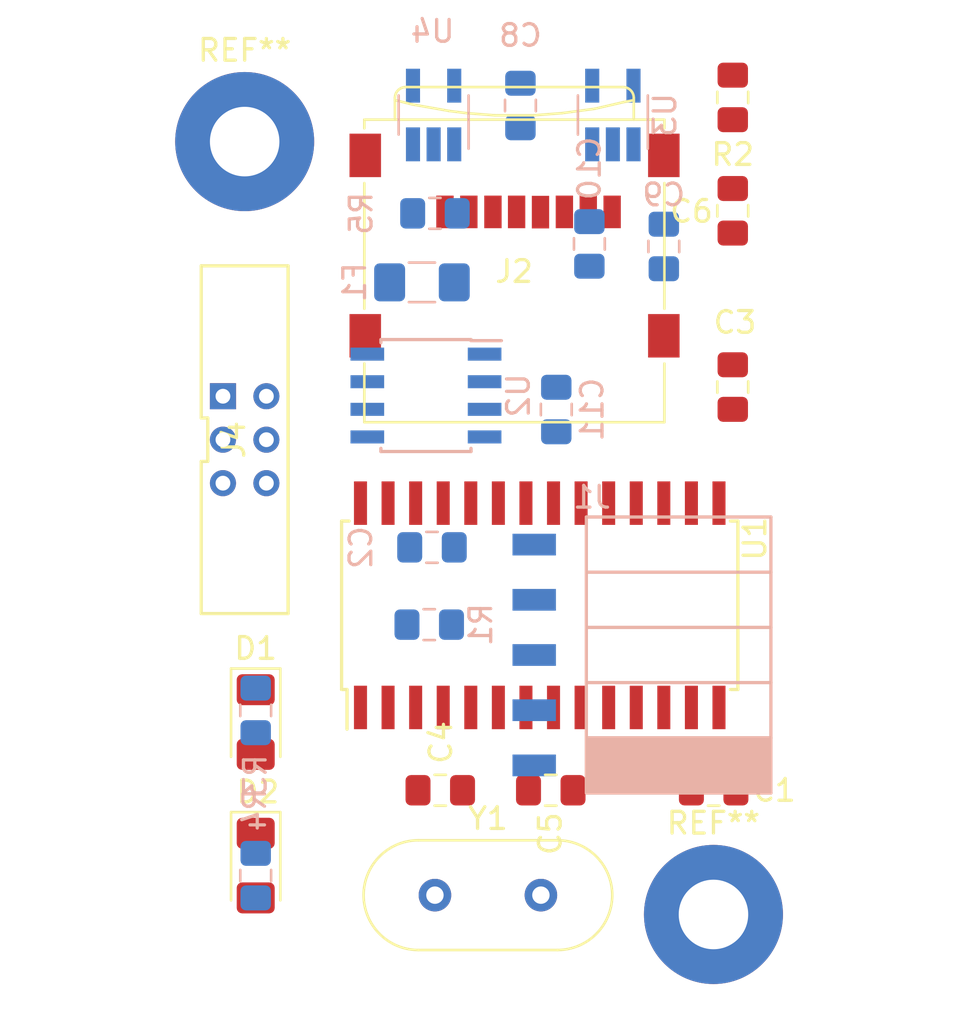
<source format=kicad_pcb>
(kicad_pcb (version 20171130) (host pcbnew "(5.0.0-3-g5ebb6b6)")

  (general
    (thickness 1.6)
    (drawings 0)
    (tracks 0)
    (zones 0)
    (modules 28)
    (nets 38)
  )

  (page A4)
  (layers
    (0 F.Cu signal)
    (31 B.Cu signal)
    (32 B.Adhes user)
    (33 F.Adhes user)
    (34 B.Paste user)
    (35 F.Paste user)
    (36 B.SilkS user)
    (37 F.SilkS user)
    (38 B.Mask user)
    (39 F.Mask user hide)
    (40 Dwgs.User user)
    (41 Cmts.User user)
    (42 Eco1.User user)
    (43 Eco2.User user)
    (44 Edge.Cuts user)
    (45 Margin user)
    (46 B.CrtYd user)
    (47 F.CrtYd user hide)
    (48 B.Fab user)
    (49 F.Fab user)
  )

  (setup
    (last_trace_width 0.153)
    (trace_clearance 0.153)
    (zone_clearance 0.16)
    (zone_45_only no)
    (trace_min 0.153)
    (segment_width 0.2)
    (edge_width 0.15)
    (via_size 0.8)
    (via_drill 0.4)
    (via_min_size 0.4)
    (via_min_drill 0.3)
    (uvia_size 0.3)
    (uvia_drill 0.1)
    (uvias_allowed no)
    (uvia_min_size 0.2)
    (uvia_min_drill 0.1)
    (pcb_text_width 0.3)
    (pcb_text_size 1.5 1.5)
    (mod_edge_width 0.15)
    (mod_text_size 1 1)
    (mod_text_width 0.15)
    (pad_size 5.6 5.6)
    (pad_drill 3.2)
    (pad_to_mask_clearance 0.0508)
    (solder_mask_min_width 0.1524)
    (aux_axis_origin 0 0)
    (visible_elements FFFFFF7F)
    (pcbplotparams
      (layerselection 0x010f0_ffffffff)
      (usegerberextensions true)
      (usegerberattributes false)
      (usegerberadvancedattributes false)
      (creategerberjobfile false)
      (excludeedgelayer true)
      (linewidth 0.100000)
      (plotframeref false)
      (viasonmask false)
      (mode 1)
      (useauxorigin false)
      (hpglpennumber 1)
      (hpglpenspeed 20)
      (hpglpendiameter 15.000000)
      (psnegative false)
      (psa4output false)
      (plotreference true)
      (plotvalue true)
      (plotinvisibletext false)
      (padsonsilk false)
      (subtractmaskfromsilk false)
      (outputformat 1)
      (mirror false)
      (drillshape 0)
      (scaleselection 1)
      (outputdirectory "../plot/"))
  )

  (net 0 "")
  (net 1 GND)
  (net 2 +3V3)
  (net 3 "Net-(C3-Pad1)")
  (net 4 /OSC1)
  (net 5 /OSC2)
  (net 6 +5V)
  (net 7 "Net-(D1-Pad2)")
  (net 8 "Net-(D1-Pad1)")
  (net 9 "Net-(D2-Pad1)")
  (net 10 "Net-(D2-Pad2)")
  (net 11 "Net-(F1-Pad1)")
  (net 12 "Net-(F1-Pad2)")
  (net 13 /ICSPDAT)
  (net 14 /~MCLR)
  (net 15 /ICSPCLK)
  (net 16 "Net-(J2-Pad9)")
  (net 17 "Net-(J2-Pad8)")
  (net 18 "Net-(J2-Pad1)")
  (net 19 CANL)
  (net 20 "Net-(J4-Pad5)")
  (net 21 CANH)
  (net 22 CURR_AMP)
  (net 23 "Net-(U1-Pad5)")
  (net 24 /CANTX)
  (net 25 /CANRX)
  (net 26 "Net-(U3-Pad4)")
  (net 27 /SD1_CS)
  (net 28 /SD1_MOSI)
  (net 29 /SD1_SCLK)
  (net 30 /SD1_MISO)
  (net 31 "Net-(U1-Pad23)")
  (net 32 "Net-(U1-Pad26)")
  (net 33 "Net-(U1-Pad2)")
  (net 34 "Net-(U1-Pad4)")
  (net 35 "Net-(U1-Pad11)")
  (net 36 "Net-(U1-Pad12)")
  (net 37 "Net-(U1-Pad14)")

  (net_class Default "This is the default net class."
    (clearance 0.153)
    (trace_width 0.153)
    (via_dia 0.8)
    (via_drill 0.4)
    (uvia_dia 0.3)
    (uvia_drill 0.1)
    (add_net /CANRX)
    (add_net /CANTX)
    (add_net /ICSPCLK)
    (add_net /ICSPDAT)
    (add_net /OSC1)
    (add_net /OSC2)
    (add_net /SD1_CS)
    (add_net /SD1_MISO)
    (add_net /SD1_MOSI)
    (add_net /SD1_SCLK)
    (add_net /~MCLR)
    (add_net CANH)
    (add_net CANL)
    (add_net CURR_AMP)
    (add_net "Net-(D1-Pad1)")
    (add_net "Net-(D1-Pad2)")
    (add_net "Net-(D2-Pad1)")
    (add_net "Net-(D2-Pad2)")
    (add_net "Net-(J2-Pad1)")
    (add_net "Net-(J2-Pad8)")
    (add_net "Net-(J2-Pad9)")
    (add_net "Net-(J4-Pad5)")
    (add_net "Net-(U1-Pad11)")
    (add_net "Net-(U1-Pad12)")
    (add_net "Net-(U1-Pad14)")
    (add_net "Net-(U1-Pad2)")
    (add_net "Net-(U1-Pad23)")
    (add_net "Net-(U1-Pad26)")
    (add_net "Net-(U1-Pad4)")
    (add_net "Net-(U1-Pad5)")
    (add_net "Net-(U3-Pad4)")
  )

  (net_class Power ""
    (clearance 0.153)
    (trace_width 0.306)
    (via_dia 0.8)
    (via_drill 0.4)
    (uvia_dia 0.3)
    (uvia_drill 0.1)
    (add_net +3V3)
    (add_net +5V)
    (add_net GND)
    (add_net "Net-(C3-Pad1)")
    (add_net "Net-(F1-Pad1)")
    (add_net "Net-(F1-Pad2)")
  )

  (module canhw_footprints:connector_Harwin_M80-5000642 (layer F.Cu) (tedit 5BB34ABD) (tstamp 5E71574E)
    (at 127.762 81.788 270)
    (path /5BA13536/5BAC3C73)
    (fp_text reference J4 (at 0 0.5 270) (layer F.SilkS)
      (effects (font (size 1 1) (thickness 0.15)))
    )
    (fp_text value "BUS CONN" (at 0 -0.5 270) (layer F.Fab)
      (effects (font (size 1 1) (thickness 0.15)))
    )
    (fp_line (start -8 -2) (end -8 2) (layer F.SilkS) (width 0.15))
    (fp_line (start 8 -2) (end -8 -2) (layer F.SilkS) (width 0.15))
    (fp_line (start 8 2) (end 8 -2) (layer F.SilkS) (width 0.15))
    (fp_line (start 1 2) (end 8 2) (layer F.SilkS) (width 0.15))
    (fp_line (start 1 1.7) (end 1 2) (layer F.SilkS) (width 0.15))
    (fp_line (start -1 1.7) (end 1 1.7) (layer F.SilkS) (width 0.15))
    (fp_line (start -1 2) (end -1 1.7) (layer F.SilkS) (width 0.15))
    (fp_line (start -8 2) (end -1 2) (layer F.SilkS) (width 0.15))
    (pad "" np_thru_hole circle (at -5.5 0 270) (size 2.2 2.2) (drill 2.2) (layers *.Cu *.Mask))
    (pad "" np_thru_hole circle (at 5.5 0 270) (size 2.2 2.2) (drill 2.2) (layers *.Cu *.Mask))
    (pad 4 thru_hole circle (at -2 -1 270) (size 1.2 1.2) (drill 0.68) (layers *.Cu *.Mask)
      (net 12 "Net-(F1-Pad2)"))
    (pad 5 thru_hole circle (at 0 -1 270) (size 1.2 1.2) (drill 0.68) (layers *.Cu *.Mask)
      (net 20 "Net-(J4-Pad5)"))
    (pad 6 thru_hole circle (at 2 -1 270) (size 1.2 1.2) (drill 0.68) (layers *.Cu *.Mask))
    (pad 3 thru_hole circle (at 2 1 270) (size 1.2 1.2) (drill 0.68) (layers *.Cu *.Mask)
      (net 1 GND))
    (pad 1 thru_hole rect (at -2 1 270) (size 1.2 1.2) (drill 0.68) (layers *.Cu *.Mask)
      (net 19 CANL))
    (pad 2 thru_hole circle (at 0 1 270) (size 1.2 1.2) (drill 0.68) (layers *.Cu *.Mask)
      (net 21 CANH))
  )

  (module Crystal:Crystal_HC49-4H_Vertical (layer F.Cu) (tedit 5A1AD3B7) (tstamp 5E5C50A0)
    (at 136.525 102.743)
    (descr "Crystal THT HC-49-4H http://5hertz.com/pdfs/04404_D.pdf")
    (tags "THT crystalHC-49-4H")
    (path /5B9D28E5)
    (fp_text reference Y1 (at 2.44 -3.525) (layer F.SilkS)
      (effects (font (size 1 1) (thickness 0.15)))
    )
    (fp_text value Crystal (at 2.44 3.525) (layer F.Fab)
      (effects (font (size 1 1) (thickness 0.15)))
    )
    (fp_arc (start 5.64 0) (end 5.64 -2.525) (angle 180) (layer F.SilkS) (width 0.12))
    (fp_arc (start -0.76 0) (end -0.76 -2.525) (angle -180) (layer F.SilkS) (width 0.12))
    (fp_arc (start 5.44 0) (end 5.44 -2) (angle 180) (layer F.Fab) (width 0.1))
    (fp_arc (start -0.56 0) (end -0.56 -2) (angle -180) (layer F.Fab) (width 0.1))
    (fp_arc (start 5.64 0) (end 5.64 -2.325) (angle 180) (layer F.Fab) (width 0.1))
    (fp_arc (start -0.76 0) (end -0.76 -2.325) (angle -180) (layer F.Fab) (width 0.1))
    (fp_line (start 8.5 -2.8) (end -3.6 -2.8) (layer F.CrtYd) (width 0.05))
    (fp_line (start 8.5 2.8) (end 8.5 -2.8) (layer F.CrtYd) (width 0.05))
    (fp_line (start -3.6 2.8) (end 8.5 2.8) (layer F.CrtYd) (width 0.05))
    (fp_line (start -3.6 -2.8) (end -3.6 2.8) (layer F.CrtYd) (width 0.05))
    (fp_line (start -0.76 2.525) (end 5.64 2.525) (layer F.SilkS) (width 0.12))
    (fp_line (start -0.76 -2.525) (end 5.64 -2.525) (layer F.SilkS) (width 0.12))
    (fp_line (start -0.56 2) (end 5.44 2) (layer F.Fab) (width 0.1))
    (fp_line (start -0.56 -2) (end 5.44 -2) (layer F.Fab) (width 0.1))
    (fp_line (start -0.76 2.325) (end 5.64 2.325) (layer F.Fab) (width 0.1))
    (fp_line (start -0.76 -2.325) (end 5.64 -2.325) (layer F.Fab) (width 0.1))
    (fp_text user %R (at 2.44 0) (layer F.Fab)
      (effects (font (size 1 1) (thickness 0.15)))
    )
    (pad 2 thru_hole circle (at 4.88 0) (size 1.5 1.5) (drill 0.8) (layers *.Cu *.Mask)
      (net 5 /OSC2))
    (pad 1 thru_hole circle (at 0 0) (size 1.5 1.5) (drill 0.8) (layers *.Cu *.Mask)
      (net 4 /OSC1))
    (model ${KISYS3DMOD}/Crystal.3dshapes/Crystal_HC49-4H_Vertical.wrl
      (at (xyz 0 0 0))
      (scale (xyz 1 1 1))
      (rotate (xyz 0 0 0))
    )
  )

  (module Capacitor_SMD:C_0805_2012Metric_Pad1.15x1.40mm_HandSolder (layer F.Cu) (tedit 5B36C52B) (tstamp 5BAFF9E1)
    (at 150.241 71.256 90)
    (descr "Capacitor SMD 0805 (2012 Metric), square (rectangular) end terminal, IPC_7351 nominal with elongated pad for handsoldering. (Body size source: https://docs.google.com/spreadsheets/d/1BsfQQcO9C6DZCsRaXUlFlo91Tg2WpOkGARC1WS5S8t0/edit?usp=sharing), generated with kicad-footprint-generator")
    (tags "capacitor handsolder")
    (path /5B9D7D87/5B9D8023)
    (attr smd)
    (fp_text reference C6 (at -0.025 -1.9 180) (layer F.SilkS)
      (effects (font (size 1 1) (thickness 0.15)))
    )
    (fp_text value 4.7uF (at 0 1.65 90) (layer F.Fab)
      (effects (font (size 1 1) (thickness 0.15)))
    )
    (fp_text user %R (at 0 0 90) (layer F.Fab)
      (effects (font (size 0.5 0.5) (thickness 0.08)))
    )
    (fp_line (start 1.85 0.95) (end -1.85 0.95) (layer F.CrtYd) (width 0.05))
    (fp_line (start 1.85 -0.95) (end 1.85 0.95) (layer F.CrtYd) (width 0.05))
    (fp_line (start -1.85 -0.95) (end 1.85 -0.95) (layer F.CrtYd) (width 0.05))
    (fp_line (start -1.85 0.95) (end -1.85 -0.95) (layer F.CrtYd) (width 0.05))
    (fp_line (start -0.261252 0.71) (end 0.261252 0.71) (layer F.SilkS) (width 0.12))
    (fp_line (start -0.261252 -0.71) (end 0.261252 -0.71) (layer F.SilkS) (width 0.12))
    (fp_line (start 1 0.6) (end -1 0.6) (layer F.Fab) (width 0.1))
    (fp_line (start 1 -0.6) (end 1 0.6) (layer F.Fab) (width 0.1))
    (fp_line (start -1 -0.6) (end 1 -0.6) (layer F.Fab) (width 0.1))
    (fp_line (start -1 0.6) (end -1 -0.6) (layer F.Fab) (width 0.1))
    (pad 2 smd roundrect (at 1.025 0 90) (size 1.15 1.4) (layers F.Cu F.Paste F.Mask) (roundrect_rratio 0.217391)
      (net 1 GND))
    (pad 1 smd roundrect (at -1.025 0 90) (size 1.15 1.4) (layers F.Cu F.Paste F.Mask) (roundrect_rratio 0.217391)
      (net 2 +3V3))
    (model ${KISYS3DMOD}/Capacitor_SMD.3dshapes/C_0805_2012Metric.wrl
      (at (xyz 0 0 0))
      (scale (xyz 1 1 1))
      (rotate (xyz 0 0 0))
    )
  )

  (module Resistor_SMD:R_0805_2012Metric_Pad1.15x1.40mm_HandSolder (layer B.Cu) (tedit 5B36C52B) (tstamp 5E5C5FFB)
    (at 128.27 94.243 90)
    (descr "Resistor SMD 0805 (2012 Metric), square (rectangular) end terminal, IPC_7351 nominal with elongated pad for handsoldering. (Body size source: https://docs.google.com/spreadsheets/d/1BsfQQcO9C6DZCsRaXUlFlo91Tg2WpOkGARC1WS5S8t0/edit?usp=sharing), generated with kicad-footprint-generator")
    (tags "resistor handsolder")
    (path /5BAC6D7D)
    (attr smd)
    (fp_text reference R3 (at -3.015 -0.02 -90) (layer B.SilkS)
      (effects (font (size 1 1) (thickness 0.15)) (justify mirror))
    )
    (fp_text value 330 (at 0 -1.65 90) (layer B.Fab)
      (effects (font (size 1 1) (thickness 0.15)) (justify mirror))
    )
    (fp_text user %R (at 0 0 90) (layer B.Fab)
      (effects (font (size 0.5 0.5) (thickness 0.08)) (justify mirror))
    )
    (fp_line (start 1.85 -0.95) (end -1.85 -0.95) (layer B.CrtYd) (width 0.05))
    (fp_line (start 1.85 0.95) (end 1.85 -0.95) (layer B.CrtYd) (width 0.05))
    (fp_line (start -1.85 0.95) (end 1.85 0.95) (layer B.CrtYd) (width 0.05))
    (fp_line (start -1.85 -0.95) (end -1.85 0.95) (layer B.CrtYd) (width 0.05))
    (fp_line (start -0.261252 -0.71) (end 0.261252 -0.71) (layer B.SilkS) (width 0.12))
    (fp_line (start -0.261252 0.71) (end 0.261252 0.71) (layer B.SilkS) (width 0.12))
    (fp_line (start 1 -0.6) (end -1 -0.6) (layer B.Fab) (width 0.1))
    (fp_line (start 1 0.6) (end 1 -0.6) (layer B.Fab) (width 0.1))
    (fp_line (start -1 0.6) (end 1 0.6) (layer B.Fab) (width 0.1))
    (fp_line (start -1 -0.6) (end -1 0.6) (layer B.Fab) (width 0.1))
    (pad 2 smd roundrect (at 1.025 0 90) (size 1.15 1.4) (layers B.Cu B.Paste B.Mask) (roundrect_rratio 0.217391)
      (net 7 "Net-(D1-Pad2)"))
    (pad 1 smd roundrect (at -1.025 0 90) (size 1.15 1.4) (layers B.Cu B.Paste B.Mask) (roundrect_rratio 0.217391)
      (net 6 +5V))
    (model ${KISYS3DMOD}/Resistor_SMD.3dshapes/R_0805_2012Metric.wrl
      (at (xyz 0 0 0))
      (scale (xyz 1 1 1))
      (rotate (xyz 0 0 0))
    )
  )

  (module Resistor_SMD:R_0805_2012Metric_Pad1.15x1.40mm_HandSolder (layer B.Cu) (tedit 5B36C52B) (tstamp 5BCC117E)
    (at 128.27 101.845 270)
    (descr "Resistor SMD 0805 (2012 Metric), square (rectangular) end terminal, IPC_7351 nominal with elongated pad for handsoldering. (Body size source: https://docs.google.com/spreadsheets/d/1BsfQQcO9C6DZCsRaXUlFlo91Tg2WpOkGARC1WS5S8t0/edit?usp=sharing), generated with kicad-footprint-generator")
    (tags "resistor handsolder")
    (path /5BAC6DFE)
    (attr smd)
    (fp_text reference R4 (at -3.025 0.05 90) (layer B.SilkS)
      (effects (font (size 1 1) (thickness 0.15)) (justify mirror))
    )
    (fp_text value 330 (at 0 -1.65 270) (layer B.Fab)
      (effects (font (size 1 1) (thickness 0.15)) (justify mirror))
    )
    (fp_line (start -1 -0.6) (end -1 0.6) (layer B.Fab) (width 0.1))
    (fp_line (start -1 0.6) (end 1 0.6) (layer B.Fab) (width 0.1))
    (fp_line (start 1 0.6) (end 1 -0.6) (layer B.Fab) (width 0.1))
    (fp_line (start 1 -0.6) (end -1 -0.6) (layer B.Fab) (width 0.1))
    (fp_line (start -0.261252 0.71) (end 0.261252 0.71) (layer B.SilkS) (width 0.12))
    (fp_line (start -0.261252 -0.71) (end 0.261252 -0.71) (layer B.SilkS) (width 0.12))
    (fp_line (start -1.85 -0.95) (end -1.85 0.95) (layer B.CrtYd) (width 0.05))
    (fp_line (start -1.85 0.95) (end 1.85 0.95) (layer B.CrtYd) (width 0.05))
    (fp_line (start 1.85 0.95) (end 1.85 -0.95) (layer B.CrtYd) (width 0.05))
    (fp_line (start 1.85 -0.95) (end -1.85 -0.95) (layer B.CrtYd) (width 0.05))
    (fp_text user %R (at 0 0 270) (layer B.Fab)
      (effects (font (size 0.5 0.5) (thickness 0.08)) (justify mirror))
    )
    (pad 1 smd roundrect (at -1.025 0 270) (size 1.15 1.4) (layers B.Cu B.Paste B.Mask) (roundrect_rratio 0.217391)
      (net 6 +5V))
    (pad 2 smd roundrect (at 1.025 0 270) (size 1.15 1.4) (layers B.Cu B.Paste B.Mask) (roundrect_rratio 0.217391)
      (net 10 "Net-(D2-Pad2)"))
    (model ${KISYS3DMOD}/Resistor_SMD.3dshapes/R_0805_2012Metric.wrl
      (at (xyz 0 0 0))
      (scale (xyz 1 1 1))
      (rotate (xyz 0 0 0))
    )
  )

  (module Resistor_SMD:R_0805_2012Metric_Pad1.15x1.40mm_HandSolder (layer B.Cu) (tedit 5B36C52B) (tstamp 5BAFFB3A)
    (at 136.525 71.374)
    (descr "Resistor SMD 0805 (2012 Metric), square (rectangular) end terminal, IPC_7351 nominal with elongated pad for handsoldering. (Body size source: https://docs.google.com/spreadsheets/d/1BsfQQcO9C6DZCsRaXUlFlo91Tg2WpOkGARC1WS5S8t0/edit?usp=sharing), generated with kicad-footprint-generator")
    (tags "resistor handsolder")
    (path /5BA13536/5B9DDE19)
    (attr smd)
    (fp_text reference R5 (at -3.4 0 -90) (layer B.SilkS)
      (effects (font (size 1 1) (thickness 0.15)) (justify mirror))
    )
    (fp_text value 62mOhm (at 0 -1.65) (layer B.Fab)
      (effects (font (size 1 1) (thickness 0.15)) (justify mirror))
    )
    (fp_text user %R (at 0 0) (layer B.Fab)
      (effects (font (size 0.5 0.5) (thickness 0.08)) (justify mirror))
    )
    (fp_line (start 1.85 -0.95) (end -1.85 -0.95) (layer B.CrtYd) (width 0.05))
    (fp_line (start 1.85 0.95) (end 1.85 -0.95) (layer B.CrtYd) (width 0.05))
    (fp_line (start -1.85 0.95) (end 1.85 0.95) (layer B.CrtYd) (width 0.05))
    (fp_line (start -1.85 -0.95) (end -1.85 0.95) (layer B.CrtYd) (width 0.05))
    (fp_line (start -0.261252 -0.71) (end 0.261252 -0.71) (layer B.SilkS) (width 0.12))
    (fp_line (start -0.261252 0.71) (end 0.261252 0.71) (layer B.SilkS) (width 0.12))
    (fp_line (start 1 -0.6) (end -1 -0.6) (layer B.Fab) (width 0.1))
    (fp_line (start 1 0.6) (end 1 -0.6) (layer B.Fab) (width 0.1))
    (fp_line (start -1 0.6) (end 1 0.6) (layer B.Fab) (width 0.1))
    (fp_line (start -1 -0.6) (end -1 0.6) (layer B.Fab) (width 0.1))
    (pad 2 smd roundrect (at 1.025 0) (size 1.15 1.4) (layers B.Cu B.Paste B.Mask) (roundrect_rratio 0.217391)
      (net 11 "Net-(F1-Pad1)"))
    (pad 1 smd roundrect (at -1.025 0) (size 1.15 1.4) (layers B.Cu B.Paste B.Mask) (roundrect_rratio 0.217391)
      (net 6 +5V))
    (model ${KISYS3DMOD}/Resistor_SMD.3dshapes/R_0805_2012Metric.wrl
      (at (xyz 0 0 0))
      (scale (xyz 1 1 1))
      (rotate (xyz 0 0 0))
    )
  )

  (module Package_TO_SOT_SMD:SOT-23-5_HandSoldering (layer B.Cu) (tedit 5A0AB76C) (tstamp 5E7146E1)
    (at 144.719 66.849 90)
    (descr "5-pin SOT23 package")
    (tags "SOT-23-5 hand-soldering")
    (path /5BA13536/5B9DEFF0)
    (attr smd)
    (fp_text reference U3 (at 0 2.4 90) (layer B.SilkS)
      (effects (font (size 1 1) (thickness 0.15)) (justify mirror))
    )
    (fp_text value AP2114H-3.3 (at 0 -2.9 90) (layer B.Fab)
      (effects (font (size 1 1) (thickness 0.15)) (justify mirror))
    )
    (fp_text user %R (at 0 0) (layer B.Fab)
      (effects (font (size 0.5 0.5) (thickness 0.075)) (justify mirror))
    )
    (fp_line (start -0.9 -1.61) (end 0.9 -1.61) (layer B.SilkS) (width 0.12))
    (fp_line (start 0.9 1.61) (end -1.55 1.61) (layer B.SilkS) (width 0.12))
    (fp_line (start -0.9 0.9) (end -0.25 1.55) (layer B.Fab) (width 0.1))
    (fp_line (start 0.9 1.55) (end -0.25 1.55) (layer B.Fab) (width 0.1))
    (fp_line (start -0.9 0.9) (end -0.9 -1.55) (layer B.Fab) (width 0.1))
    (fp_line (start 0.9 -1.55) (end -0.9 -1.55) (layer B.Fab) (width 0.1))
    (fp_line (start 0.9 1.55) (end 0.9 -1.55) (layer B.Fab) (width 0.1))
    (fp_line (start -2.38 1.8) (end 2.38 1.8) (layer B.CrtYd) (width 0.05))
    (fp_line (start -2.38 1.8) (end -2.38 -1.8) (layer B.CrtYd) (width 0.05))
    (fp_line (start 2.38 -1.8) (end 2.38 1.8) (layer B.CrtYd) (width 0.05))
    (fp_line (start 2.38 -1.8) (end -2.38 -1.8) (layer B.CrtYd) (width 0.05))
    (pad 1 smd rect (at -1.35 0.95 90) (size 1.56 0.65) (layers B.Cu B.Paste B.Mask)
      (net 6 +5V))
    (pad 2 smd rect (at -1.35 0 90) (size 1.56 0.65) (layers B.Cu B.Paste B.Mask)
      (net 1 GND))
    (pad 3 smd rect (at -1.35 -0.95 90) (size 1.56 0.65) (layers B.Cu B.Paste B.Mask)
      (net 6 +5V))
    (pad 4 smd rect (at 1.35 -0.95 90) (size 1.56 0.65) (layers B.Cu B.Paste B.Mask)
      (net 26 "Net-(U3-Pad4)"))
    (pad 5 smd rect (at 1.35 0.95 90) (size 1.56 0.65) (layers B.Cu B.Paste B.Mask)
      (net 2 +3V3))
    (model ${KISYS3DMOD}/Package_TO_SOT_SMD.3dshapes/SOT-23-5.wrl
      (at (xyz 0 0 0))
      (scale (xyz 1 1 1))
      (rotate (xyz 0 0 0))
    )
  )

  (module Resistor_SMD:R_0805_2012Metric_Pad1.15x1.40mm_HandSolder (layer F.Cu) (tedit 5B36C52B) (tstamp 5BD8FC33)
    (at 150.241 66.04 270)
    (descr "Resistor SMD 0805 (2012 Metric), square (rectangular) end terminal, IPC_7351 nominal with elongated pad for handsoldering. (Body size source: https://docs.google.com/spreadsheets/d/1BsfQQcO9C6DZCsRaXUlFlo91Tg2WpOkGARC1WS5S8t0/edit?usp=sharing), generated with kicad-footprint-generator")
    (tags "resistor handsolder")
    (path /5B9D7D87/5BD9041F)
    (attr smd)
    (fp_text reference R2 (at 2.625 0) (layer F.SilkS)
      (effects (font (size 1 1) (thickness 0.15)))
    )
    (fp_text value R (at 0 1.65 270) (layer F.Fab)
      (effects (font (size 1 1) (thickness 0.15)))
    )
    (fp_text user %R (at 0 0 270) (layer F.Fab)
      (effects (font (size 0.5 0.5) (thickness 0.08)))
    )
    (fp_line (start 1.85 0.95) (end -1.85 0.95) (layer F.CrtYd) (width 0.05))
    (fp_line (start 1.85 -0.95) (end 1.85 0.95) (layer F.CrtYd) (width 0.05))
    (fp_line (start -1.85 -0.95) (end 1.85 -0.95) (layer F.CrtYd) (width 0.05))
    (fp_line (start -1.85 0.95) (end -1.85 -0.95) (layer F.CrtYd) (width 0.05))
    (fp_line (start -0.261252 0.71) (end 0.261252 0.71) (layer F.SilkS) (width 0.12))
    (fp_line (start -0.261252 -0.71) (end 0.261252 -0.71) (layer F.SilkS) (width 0.12))
    (fp_line (start 1 0.6) (end -1 0.6) (layer F.Fab) (width 0.1))
    (fp_line (start 1 -0.6) (end 1 0.6) (layer F.Fab) (width 0.1))
    (fp_line (start -1 -0.6) (end 1 -0.6) (layer F.Fab) (width 0.1))
    (fp_line (start -1 0.6) (end -1 -0.6) (layer F.Fab) (width 0.1))
    (pad 2 smd roundrect (at 1.025 0 270) (size 1.15 1.4) (layers F.Cu F.Paste F.Mask) (roundrect_rratio 0.217391)
      (net 30 /SD1_MISO))
    (pad 1 smd roundrect (at -1.025 0 270) (size 1.15 1.4) (layers F.Cu F.Paste F.Mask) (roundrect_rratio 0.217391)
      (net 2 +3V3))
    (model ${KISYS3DMOD}/Resistor_SMD.3dshapes/R_0805_2012Metric.wrl
      (at (xyz 0 0 0))
      (scale (xyz 1 1 1))
      (rotate (xyz 0 0 0))
    )
  )

  (module Fuse:Fuse_1206_3216Metric_Pad1.42x1.75mm_HandSolder (layer B.Cu) (tedit 5B301BBE) (tstamp 5BB7FBD5)
    (at 135.9265 74.549 180)
    (descr "Fuse SMD 1206 (3216 Metric), square (rectangular) end terminal, IPC_7351 nominal with elongated pad for handsoldering. (Body size source: http://www.tortai-tech.com/upload/download/2011102023233369053.pdf), generated with kicad-footprint-generator")
    (tags "resistor handsolder")
    (path /5BA13536/5BAC77C2)
    (attr smd)
    (fp_text reference F1 (at 3.1 0 90) (layer B.SilkS)
      (effects (font (size 1 1) (thickness 0.15)) (justify mirror))
    )
    (fp_text value Polyfuse (at 0 -1.82 180) (layer B.Fab)
      (effects (font (size 1 1) (thickness 0.15)) (justify mirror))
    )
    (fp_line (start -1.6 -0.8) (end -1.6 0.8) (layer B.Fab) (width 0.1))
    (fp_line (start -1.6 0.8) (end 1.6 0.8) (layer B.Fab) (width 0.1))
    (fp_line (start 1.6 0.8) (end 1.6 -0.8) (layer B.Fab) (width 0.1))
    (fp_line (start 1.6 -0.8) (end -1.6 -0.8) (layer B.Fab) (width 0.1))
    (fp_line (start -0.602064 0.91) (end 0.602064 0.91) (layer B.SilkS) (width 0.12))
    (fp_line (start -0.602064 -0.91) (end 0.602064 -0.91) (layer B.SilkS) (width 0.12))
    (fp_line (start -2.45 -1.12) (end -2.45 1.12) (layer B.CrtYd) (width 0.05))
    (fp_line (start -2.45 1.12) (end 2.45 1.12) (layer B.CrtYd) (width 0.05))
    (fp_line (start 2.45 1.12) (end 2.45 -1.12) (layer B.CrtYd) (width 0.05))
    (fp_line (start 2.45 -1.12) (end -2.45 -1.12) (layer B.CrtYd) (width 0.05))
    (fp_text user %R (at 0 0 180) (layer B.Fab)
      (effects (font (size 0.8 0.8) (thickness 0.12)) (justify mirror))
    )
    (pad 1 smd roundrect (at -1.4875 0 180) (size 1.425 1.75) (layers B.Cu B.Paste B.Mask) (roundrect_rratio 0.175439)
      (net 11 "Net-(F1-Pad1)"))
    (pad 2 smd roundrect (at 1.4875 0 180) (size 1.425 1.75) (layers B.Cu B.Paste B.Mask) (roundrect_rratio 0.175439)
      (net 12 "Net-(F1-Pad2)"))
    (model ${KISYS3DMOD}/Fuse.3dshapes/Fuse_1206_3216Metric.wrl
      (at (xyz 0 0 0))
      (scale (xyz 1 1 1))
      (rotate (xyz 0 0 0))
    )
  )

  (module Capacitor_SMD:C_0805_2012Metric_Pad1.15x1.40mm_HandSolder (layer B.Cu) (tedit 5BB66EDE) (tstamp 5BAFF99D)
    (at 136.389 86.741 180)
    (descr "Capacitor SMD 0805 (2012 Metric), square (rectangular) end terminal, IPC_7351 nominal with elongated pad for handsoldering. (Body size source: https://docs.google.com/spreadsheets/d/1BsfQQcO9C6DZCsRaXUlFlo91Tg2WpOkGARC1WS5S8t0/edit?usp=sharing), generated with kicad-footprint-generator")
    (tags "capacitor handsolder")
    (path /5B9D10DB)
    (attr smd)
    (fp_text reference C2 (at 3.275 -0.01 90) (layer B.SilkS)
      (effects (font (size 1 1) (thickness 0.15)) (justify mirror))
    )
    (fp_text value 0.1u (at 0 -1.65 180) (layer B.Fab)
      (effects (font (size 1 1) (thickness 0.15)) (justify mirror))
    )
    (fp_line (start -1 -0.6) (end -1 0.6) (layer B.Fab) (width 0.1))
    (fp_line (start -1 0.6) (end 1 0.6) (layer B.Fab) (width 0.1))
    (fp_line (start 1 0.6) (end 1 -0.6) (layer B.Fab) (width 0.1))
    (fp_line (start 1 -0.6) (end -1 -0.6) (layer B.Fab) (width 0.1))
    (fp_line (start -0.261252 0.71) (end 0.261252 0.71) (layer B.SilkS) (width 0.12))
    (fp_line (start -0.261252 -0.71) (end 0.261252 -0.71) (layer B.SilkS) (width 0.12))
    (fp_line (start -1.85 -0.95) (end -1.85 0.95) (layer B.CrtYd) (width 0.05))
    (fp_line (start -1.85 0.95) (end 1.85 0.95) (layer B.CrtYd) (width 0.05))
    (fp_line (start 1.85 0.95) (end 1.85 -0.95) (layer B.CrtYd) (width 0.05))
    (fp_line (start 1.85 -0.95) (end -1.85 -0.95) (layer B.CrtYd) (width 0.05))
    (fp_text user %R (at 0 0 180) (layer B.Fab)
      (effects (font (size 0.5 0.5) (thickness 0.08)) (justify mirror))
    )
    (pad 1 smd roundrect (at -1.025 0 180) (size 1.15 1.4) (layers B.Cu B.Paste B.Mask) (roundrect_rratio 0.217391)
      (net 1 GND))
    (pad 2 smd roundrect (at 1.025 0 180) (size 1.15 1.4) (layers B.Cu B.Paste B.Mask) (roundrect_rratio 0.217391)
      (net 2 +3V3))
    (model ${KISYS3DMOD}/Capacitor_SMD.3dshapes/C_0805_2012Metric.wrl
      (at (xyz 0 0 0))
      (scale (xyz 1 1 1))
      (rotate (xyz 0 0 0))
    )
  )

  (module Capacitor_SMD:C_0805_2012Metric_Pad1.15x1.40mm_HandSolder (layer F.Cu) (tedit 5B36C52B) (tstamp 5E7156F4)
    (at 149.361 97.917)
    (descr "Capacitor SMD 0805 (2012 Metric), square (rectangular) end terminal, IPC_7351 nominal with elongated pad for handsoldering. (Body size source: https://docs.google.com/spreadsheets/d/1BsfQQcO9C6DZCsRaXUlFlo91Tg2WpOkGARC1WS5S8t0/edit?usp=sharing), generated with kicad-footprint-generator")
    (tags "capacitor handsolder")
    (path /5B9D1079)
    (attr smd)
    (fp_text reference C1 (at 2.794 0.005) (layer F.SilkS)
      (effects (font (size 1 1) (thickness 0.15)))
    )
    (fp_text value 0.1u (at 0 1.65) (layer F.Fab)
      (effects (font (size 1 1) (thickness 0.15)))
    )
    (fp_line (start -1 0.6) (end -1 -0.6) (layer F.Fab) (width 0.1))
    (fp_line (start -1 -0.6) (end 1 -0.6) (layer F.Fab) (width 0.1))
    (fp_line (start 1 -0.6) (end 1 0.6) (layer F.Fab) (width 0.1))
    (fp_line (start 1 0.6) (end -1 0.6) (layer F.Fab) (width 0.1))
    (fp_line (start -0.261252 -0.71) (end 0.261252 -0.71) (layer F.SilkS) (width 0.12))
    (fp_line (start -0.261252 0.71) (end 0.261252 0.71) (layer F.SilkS) (width 0.12))
    (fp_line (start -1.85 0.95) (end -1.85 -0.95) (layer F.CrtYd) (width 0.05))
    (fp_line (start -1.85 -0.95) (end 1.85 -0.95) (layer F.CrtYd) (width 0.05))
    (fp_line (start 1.85 -0.95) (end 1.85 0.95) (layer F.CrtYd) (width 0.05))
    (fp_line (start 1.85 0.95) (end -1.85 0.95) (layer F.CrtYd) (width 0.05))
    (fp_text user %R (at 0 0) (layer B.Fab)
      (effects (font (size 0.5 0.5) (thickness 0.08)) (justify mirror))
    )
    (pad 1 smd roundrect (at -1.025 0) (size 1.15 1.4) (layers F.Cu F.Paste F.Mask) (roundrect_rratio 0.217391)
      (net 2 +3V3))
    (pad 2 smd roundrect (at 1.025 0) (size 1.15 1.4) (layers F.Cu F.Paste F.Mask) (roundrect_rratio 0.217391)
      (net 1 GND))
    (model ${KISYS3DMOD}/Capacitor_SMD.3dshapes/C_0805_2012Metric.wrl
      (at (xyz 0 0 0))
      (scale (xyz 1 1 1))
      (rotate (xyz 0 0 0))
    )
  )

  (module Capacitor_SMD:C_0805_2012Metric_Pad1.15x1.40mm_HandSolder (layer F.Cu) (tedit 5BD9B9E6) (tstamp 5BAFF9AE)
    (at 150.241 79.366 90)
    (descr "Capacitor SMD 0805 (2012 Metric), square (rectangular) end terminal, IPC_7351 nominal with elongated pad for handsoldering. (Body size source: https://docs.google.com/spreadsheets/d/1BsfQQcO9C6DZCsRaXUlFlo91Tg2WpOkGARC1WS5S8t0/edit?usp=sharing), generated with kicad-footprint-generator")
    (tags "capacitor handsolder")
    (path /5B9D1690)
    (attr smd)
    (fp_text reference C3 (at 2.975 0.1 180) (layer F.SilkS)
      (effects (font (size 1 1) (thickness 0.15)))
    )
    (fp_text value 10u (at 0 1.65 90) (layer F.Fab)
      (effects (font (size 1 1) (thickness 0.15)))
    )
    (fp_line (start -1 0.6) (end -1 -0.6) (layer F.Fab) (width 0.1))
    (fp_line (start -1 -0.6) (end 1 -0.6) (layer F.Fab) (width 0.1))
    (fp_line (start 1 -0.6) (end 1 0.6) (layer F.Fab) (width 0.1))
    (fp_line (start 1 0.6) (end -1 0.6) (layer F.Fab) (width 0.1))
    (fp_line (start -0.261252 -0.71) (end 0.261252 -0.71) (layer F.SilkS) (width 0.12))
    (fp_line (start -0.261252 0.71) (end 0.261252 0.71) (layer F.SilkS) (width 0.12))
    (fp_line (start -1.85 0.95) (end -1.85 -0.95) (layer F.CrtYd) (width 0.05))
    (fp_line (start -1.85 -0.95) (end 1.85 -0.95) (layer F.CrtYd) (width 0.05))
    (fp_line (start 1.85 -0.95) (end 1.85 0.95) (layer F.CrtYd) (width 0.05))
    (fp_line (start 1.85 0.95) (end -1.85 0.95) (layer F.CrtYd) (width 0.05))
    (fp_text user %R (at 0 0 90) (layer F.Fab)
      (effects (font (size 0.5 0.5) (thickness 0.08)))
    )
    (pad 1 smd roundrect (at -1.025 0 90) (size 1.15 1.4) (layers F.Cu F.Paste F.Mask) (roundrect_rratio 0.217391)
      (net 3 "Net-(C3-Pad1)"))
    (pad 2 smd roundrect (at 1.025 0 90) (size 1.15 1.4) (layers F.Cu F.Paste F.Mask) (roundrect_rratio 0.217391)
      (net 1 GND))
    (model ${KISYS3DMOD}/Capacitor_SMD.3dshapes/C_0805_2012Metric.wrl
      (at (xyz 0 0 0))
      (scale (xyz 1 1 1))
      (rotate (xyz 0 0 0))
    )
  )

  (module Package_TO_SOT_SMD:SOT-23-5_HandSoldering (layer B.Cu) (tedit 5BB02E90) (tstamp 5BAFFBB2)
    (at 136.464 66.849 90)
    (descr "5-pin SOT23 package")
    (tags "SOT-23-5 hand-soldering")
    (path /5BA13536/5B9DCC5E)
    (attr smd)
    (fp_text reference U4 (at 3.85 -0.05) (layer B.SilkS)
      (effects (font (size 1 1) (thickness 0.15)) (justify mirror))
    )
    (fp_text value INA180 (at 0 -2.9 90) (layer B.Fab)
      (effects (font (size 1 1) (thickness 0.15)) (justify mirror))
    )
    (fp_text user %R (at 0 0) (layer B.Fab)
      (effects (font (size 0.5 0.5) (thickness 0.075)) (justify mirror))
    )
    (fp_line (start -0.9 -1.61) (end 0.9 -1.61) (layer B.SilkS) (width 0.12))
    (fp_line (start 0.9 1.61) (end -1.55 1.61) (layer B.SilkS) (width 0.12))
    (fp_line (start -0.9 0.9) (end -0.25 1.55) (layer B.Fab) (width 0.1))
    (fp_line (start 0.9 1.55) (end -0.25 1.55) (layer B.Fab) (width 0.1))
    (fp_line (start -0.9 0.9) (end -0.9 -1.55) (layer B.Fab) (width 0.1))
    (fp_line (start 0.9 -1.55) (end -0.9 -1.55) (layer B.Fab) (width 0.1))
    (fp_line (start 0.9 1.55) (end 0.9 -1.55) (layer B.Fab) (width 0.1))
    (fp_line (start -2.38 1.8) (end 2.38 1.8) (layer B.CrtYd) (width 0.05))
    (fp_line (start -2.38 1.8) (end -2.38 -1.8) (layer B.CrtYd) (width 0.05))
    (fp_line (start 2.38 -1.8) (end 2.38 1.8) (layer B.CrtYd) (width 0.05))
    (fp_line (start 2.38 -1.8) (end -2.38 -1.8) (layer B.CrtYd) (width 0.05))
    (pad 1 smd rect (at -1.35 0.95 90) (size 1.56 0.65) (layers B.Cu B.Paste B.Mask)
      (net 22 CURR_AMP))
    (pad 2 smd rect (at -1.35 0 90) (size 1.56 0.65) (layers B.Cu B.Paste B.Mask)
      (net 1 GND))
    (pad 3 smd rect (at -1.35 -0.95 90) (size 1.56 0.65) (layers B.Cu B.Paste B.Mask)
      (net 11 "Net-(F1-Pad1)"))
    (pad 4 smd rect (at 1.35 -0.95 90) (size 1.56 0.65) (layers B.Cu B.Paste B.Mask)
      (net 6 +5V))
    (pad 5 smd rect (at 1.35 0.95 90) (size 1.56 0.65) (layers B.Cu B.Paste B.Mask)
      (net 2 +3V3))
    (model ${KISYS3DMOD}/Package_TO_SOT_SMD.3dshapes/SOT-23-5.wrl
      (at (xyz 0 0 0))
      (scale (xyz 1 1 1))
      (rotate (xyz 0 0 0))
    )
  )

  (module Capacitor_SMD:C_0805_2012Metric_Pad1.15x1.40mm_HandSolder (layer B.Cu) (tedit 5B36C52B) (tstamp 5BDE670C)
    (at 142.113 80.4 90)
    (descr "Capacitor SMD 0805 (2012 Metric), square (rectangular) end terminal, IPC_7351 nominal with elongated pad for handsoldering. (Body size source: https://docs.google.com/spreadsheets/d/1BsfQQcO9C6DZCsRaXUlFlo91Tg2WpOkGARC1WS5S8t0/edit?usp=sharing), generated with kicad-footprint-generator")
    (tags "capacitor handsolder")
    (path /5BDE69DD)
    (attr smd)
    (fp_text reference C11 (at 0 1.65 90) (layer B.SilkS)
      (effects (font (size 1 1) (thickness 0.15)) (justify mirror))
    )
    (fp_text value C (at 0 -1.65 90) (layer B.Fab)
      (effects (font (size 1 1) (thickness 0.15)) (justify mirror))
    )
    (fp_line (start -1 -0.6) (end -1 0.6) (layer B.Fab) (width 0.1))
    (fp_line (start -1 0.6) (end 1 0.6) (layer B.Fab) (width 0.1))
    (fp_line (start 1 0.6) (end 1 -0.6) (layer B.Fab) (width 0.1))
    (fp_line (start 1 -0.6) (end -1 -0.6) (layer B.Fab) (width 0.1))
    (fp_line (start -0.261252 0.71) (end 0.261252 0.71) (layer B.SilkS) (width 0.12))
    (fp_line (start -0.261252 -0.71) (end 0.261252 -0.71) (layer B.SilkS) (width 0.12))
    (fp_line (start -1.85 -0.95) (end -1.85 0.95) (layer B.CrtYd) (width 0.05))
    (fp_line (start -1.85 0.95) (end 1.85 0.95) (layer B.CrtYd) (width 0.05))
    (fp_line (start 1.85 0.95) (end 1.85 -0.95) (layer B.CrtYd) (width 0.05))
    (fp_line (start 1.85 -0.95) (end -1.85 -0.95) (layer B.CrtYd) (width 0.05))
    (fp_text user %R (at 0 0 90) (layer B.Fab)
      (effects (font (size 0.5 0.5) (thickness 0.08)) (justify mirror))
    )
    (pad 1 smd roundrect (at -1.025 0 90) (size 1.15 1.4) (layers B.Cu B.Paste B.Mask) (roundrect_rratio 0.217391)
      (net 6 +5V))
    (pad 2 smd roundrect (at 1.025 0 90) (size 1.15 1.4) (layers B.Cu B.Paste B.Mask) (roundrect_rratio 0.217391)
      (net 1 GND))
    (model ${KISYS3DMOD}/Capacitor_SMD.3dshapes/C_0805_2012Metric.wrl
      (at (xyz 0 0 0))
      (scale (xyz 1 1 1))
      (rotate (xyz 0 0 0))
    )
  )

  (module Package_SO:SOIC-8_3.9x4.9mm_P1.27mm (layer B.Cu) (tedit 5BB027DA) (tstamp 5E713C9B)
    (at 136.111 79.756 180)
    (descr "8-Lead Plastic Small Outline (SN) - Narrow, 3.90 mm Body [SOIC] (see Microchip Packaging Specification 00000049BS.pdf)")
    (tags "SOIC 1.27")
    (path /5B9EA850)
    (attr smd)
    (fp_text reference U2 (at -4.2564 0.0026 90) (layer B.SilkS)
      (effects (font (size 1 1) (thickness 0.15)) (justify mirror))
    )
    (fp_text value MCP2562 (at 0 -3.5 180) (layer B.Fab)
      (effects (font (size 1 1) (thickness 0.15)) (justify mirror))
    )
    (fp_text user %R (at 0 0 180) (layer B.Fab)
      (effects (font (size 1 1) (thickness 0.15)) (justify mirror))
    )
    (fp_line (start -0.95 2.45) (end 1.95 2.45) (layer B.Fab) (width 0.1))
    (fp_line (start 1.95 2.45) (end 1.95 -2.45) (layer B.Fab) (width 0.1))
    (fp_line (start 1.95 -2.45) (end -1.95 -2.45) (layer B.Fab) (width 0.1))
    (fp_line (start -1.95 -2.45) (end -1.95 1.45) (layer B.Fab) (width 0.1))
    (fp_line (start -1.95 1.45) (end -0.95 2.45) (layer B.Fab) (width 0.1))
    (fp_line (start -3.73 2.7) (end -3.73 -2.7) (layer B.CrtYd) (width 0.05))
    (fp_line (start 3.73 2.7) (end 3.73 -2.7) (layer B.CrtYd) (width 0.05))
    (fp_line (start -3.73 2.7) (end 3.73 2.7) (layer B.CrtYd) (width 0.05))
    (fp_line (start -3.73 -2.7) (end 3.73 -2.7) (layer B.CrtYd) (width 0.05))
    (fp_line (start -2.075 2.575) (end -2.075 2.525) (layer B.SilkS) (width 0.15))
    (fp_line (start 2.075 2.575) (end 2.075 2.43) (layer B.SilkS) (width 0.15))
    (fp_line (start 2.075 -2.575) (end 2.075 -2.43) (layer B.SilkS) (width 0.15))
    (fp_line (start -2.075 -2.575) (end -2.075 -2.43) (layer B.SilkS) (width 0.15))
    (fp_line (start -2.075 2.575) (end 2.075 2.575) (layer B.SilkS) (width 0.15))
    (fp_line (start -2.075 -2.575) (end 2.075 -2.575) (layer B.SilkS) (width 0.15))
    (fp_line (start -2.075 2.525) (end -3.475 2.525) (layer B.SilkS) (width 0.15))
    (pad 1 smd rect (at -2.7 1.905 180) (size 1.55 0.6) (layers B.Cu B.Paste B.Mask)
      (net 24 /CANTX))
    (pad 2 smd rect (at -2.7 0.635 180) (size 1.55 0.6) (layers B.Cu B.Paste B.Mask)
      (net 1 GND))
    (pad 3 smd rect (at -2.7 -0.635 180) (size 1.55 0.6) (layers B.Cu B.Paste B.Mask)
      (net 6 +5V))
    (pad 4 smd rect (at -2.7 -1.905 180) (size 1.55 0.6) (layers B.Cu B.Paste B.Mask)
      (net 25 /CANRX))
    (pad 5 smd rect (at 2.7 -1.905 180) (size 1.55 0.6) (layers B.Cu B.Paste B.Mask)
      (net 2 +3V3))
    (pad 6 smd rect (at 2.7 -0.635 180) (size 1.55 0.6) (layers B.Cu B.Paste B.Mask)
      (net 19 CANL))
    (pad 7 smd rect (at 2.7 0.635 180) (size 1.55 0.6) (layers B.Cu B.Paste B.Mask)
      (net 21 CANH))
    (pad 8 smd rect (at 2.7 1.905 180) (size 1.55 0.6) (layers B.Cu B.Paste B.Mask)
      (net 1 GND))
    (model ${KISYS3DMOD}/Package_SO.3dshapes/SOIC-8_3.9x4.9mm_P1.27mm.wrl
      (at (xyz 0 0 0))
      (scale (xyz 1 1 1))
      (rotate (xyz 0 0 0))
    )
  )

  (module Capacitor_SMD:C_0805_2012Metric_Pad1.15x1.40mm_HandSolder (layer B.Cu) (tedit 5BB02F5D) (tstamp 5BBC8A20)
    (at 147.066 72.898 90)
    (descr "Capacitor SMD 0805 (2012 Metric), square (rectangular) end terminal, IPC_7351 nominal with elongated pad for handsoldering. (Body size source: https://docs.google.com/spreadsheets/d/1BsfQQcO9C6DZCsRaXUlFlo91Tg2WpOkGARC1WS5S8t0/edit?usp=sharing), generated with kicad-footprint-generator")
    (tags "capacitor handsolder")
    (path /5BA13536/5B9E5217)
    (attr smd)
    (fp_text reference C9 (at 2.375 0) (layer B.SilkS)
      (effects (font (size 1 1) (thickness 0.15)) (justify mirror))
    )
    (fp_text value 4.7u (at 0 -1.65 90) (layer B.Fab)
      (effects (font (size 1 1) (thickness 0.15)) (justify mirror))
    )
    (fp_line (start -1 -0.6) (end -1 0.6) (layer B.Fab) (width 0.1))
    (fp_line (start -1 0.6) (end 1 0.6) (layer B.Fab) (width 0.1))
    (fp_line (start 1 0.6) (end 1 -0.6) (layer B.Fab) (width 0.1))
    (fp_line (start 1 -0.6) (end -1 -0.6) (layer B.Fab) (width 0.1))
    (fp_line (start -0.261252 0.71) (end 0.261252 0.71) (layer B.SilkS) (width 0.12))
    (fp_line (start -0.261252 -0.71) (end 0.261252 -0.71) (layer B.SilkS) (width 0.12))
    (fp_line (start -1.85 -0.95) (end -1.85 0.95) (layer B.CrtYd) (width 0.05))
    (fp_line (start -1.85 0.95) (end 1.85 0.95) (layer B.CrtYd) (width 0.05))
    (fp_line (start 1.85 0.95) (end 1.85 -0.95) (layer B.CrtYd) (width 0.05))
    (fp_line (start 1.85 -0.95) (end -1.85 -0.95) (layer B.CrtYd) (width 0.05))
    (fp_text user %R (at 0 0 90) (layer B.Fab)
      (effects (font (size 0.5 0.5) (thickness 0.08)) (justify mirror))
    )
    (pad 1 smd roundrect (at -1.025 0 90) (size 1.15 1.4) (layers B.Cu B.Paste B.Mask) (roundrect_rratio 0.217391)
      (net 1 GND))
    (pad 2 smd roundrect (at 1.025 0 90) (size 1.15 1.4) (layers B.Cu B.Paste B.Mask) (roundrect_rratio 0.217391)
      (net 2 +3V3))
    (model ${KISYS3DMOD}/Capacitor_SMD.3dshapes/C_0805_2012Metric.wrl
      (at (xyz 0 0 0))
      (scale (xyz 1 1 1))
      (rotate (xyz 0 0 0))
    )
  )

  (module Capacitor_SMD:C_0805_2012Metric_Pad1.15x1.40mm_HandSolder (layer B.Cu) (tedit 5B36C52B) (tstamp 5BBC89B4)
    (at 143.637 72.78 270)
    (descr "Capacitor SMD 0805 (2012 Metric), square (rectangular) end terminal, IPC_7351 nominal with elongated pad for handsoldering. (Body size source: https://docs.google.com/spreadsheets/d/1BsfQQcO9C6DZCsRaXUlFlo91Tg2WpOkGARC1WS5S8t0/edit?usp=sharing), generated with kicad-footprint-generator")
    (tags "capacitor handsolder")
    (path /5BA13536/5B9E51A5)
    (attr smd)
    (fp_text reference C10 (at -3.475 0 270) (layer B.SilkS)
      (effects (font (size 1 1) (thickness 0.15)) (justify mirror))
    )
    (fp_text value 4.7u (at 0 -1.65 270) (layer B.Fab)
      (effects (font (size 1 1) (thickness 0.15)) (justify mirror))
    )
    (fp_text user %R (at 0 0 270) (layer B.Fab)
      (effects (font (size 0.5 0.5) (thickness 0.08)) (justify mirror))
    )
    (fp_line (start 1.85 -0.95) (end -1.85 -0.95) (layer B.CrtYd) (width 0.05))
    (fp_line (start 1.85 0.95) (end 1.85 -0.95) (layer B.CrtYd) (width 0.05))
    (fp_line (start -1.85 0.95) (end 1.85 0.95) (layer B.CrtYd) (width 0.05))
    (fp_line (start -1.85 -0.95) (end -1.85 0.95) (layer B.CrtYd) (width 0.05))
    (fp_line (start -0.261252 -0.71) (end 0.261252 -0.71) (layer B.SilkS) (width 0.12))
    (fp_line (start -0.261252 0.71) (end 0.261252 0.71) (layer B.SilkS) (width 0.12))
    (fp_line (start 1 -0.6) (end -1 -0.6) (layer B.Fab) (width 0.1))
    (fp_line (start 1 0.6) (end 1 -0.6) (layer B.Fab) (width 0.1))
    (fp_line (start -1 0.6) (end 1 0.6) (layer B.Fab) (width 0.1))
    (fp_line (start -1 -0.6) (end -1 0.6) (layer B.Fab) (width 0.1))
    (pad 2 smd roundrect (at 1.025 0 270) (size 1.15 1.4) (layers B.Cu B.Paste B.Mask) (roundrect_rratio 0.217391)
      (net 6 +5V))
    (pad 1 smd roundrect (at -1.025 0 270) (size 1.15 1.4) (layers B.Cu B.Paste B.Mask) (roundrect_rratio 0.217391)
      (net 1 GND))
    (model ${KISYS3DMOD}/Capacitor_SMD.3dshapes/C_0805_2012Metric.wrl
      (at (xyz 0 0 0))
      (scale (xyz 1 1 1))
      (rotate (xyz 0 0 0))
    )
  )

  (module Capacitor_SMD:C_0805_2012Metric_Pad1.15x1.40mm_HandSolder (layer F.Cu) (tedit 5B36C52B) (tstamp 5BAFF9BF)
    (at 136.77 97.917 180)
    (descr "Capacitor SMD 0805 (2012 Metric), square (rectangular) end terminal, IPC_7351 nominal with elongated pad for handsoldering. (Body size source: https://docs.google.com/spreadsheets/d/1BsfQQcO9C6DZCsRaXUlFlo91Tg2WpOkGARC1WS5S8t0/edit?usp=sharing), generated with kicad-footprint-generator")
    (tags "capacitor handsolder")
    (path /5B9D2A77)
    (attr smd)
    (fp_text reference C4 (at -0.025 2.2 270) (layer F.SilkS)
      (effects (font (size 1 1) (thickness 0.15)))
    )
    (fp_text value C_Small (at 0 1.65 180) (layer F.Fab)
      (effects (font (size 1 1) (thickness 0.15)))
    )
    (fp_line (start -1 0.6) (end -1 -0.6) (layer F.Fab) (width 0.1))
    (fp_line (start -1 -0.6) (end 1 -0.6) (layer F.Fab) (width 0.1))
    (fp_line (start 1 -0.6) (end 1 0.6) (layer F.Fab) (width 0.1))
    (fp_line (start 1 0.6) (end -1 0.6) (layer F.Fab) (width 0.1))
    (fp_line (start -0.261252 -0.71) (end 0.261252 -0.71) (layer F.SilkS) (width 0.12))
    (fp_line (start -0.261252 0.71) (end 0.261252 0.71) (layer F.SilkS) (width 0.12))
    (fp_line (start -1.85 0.95) (end -1.85 -0.95) (layer F.CrtYd) (width 0.05))
    (fp_line (start -1.85 -0.95) (end 1.85 -0.95) (layer F.CrtYd) (width 0.05))
    (fp_line (start 1.85 -0.95) (end 1.85 0.95) (layer F.CrtYd) (width 0.05))
    (fp_line (start 1.85 0.95) (end -1.85 0.95) (layer F.CrtYd) (width 0.05))
    (fp_text user %R (at 0 0 180) (layer F.Fab)
      (effects (font (size 0.5 0.5) (thickness 0.08)))
    )
    (pad 1 smd roundrect (at -1.025 0 180) (size 1.15 1.4) (layers F.Cu F.Paste F.Mask) (roundrect_rratio 0.217391)
      (net 4 /OSC1))
    (pad 2 smd roundrect (at 1.025 0 180) (size 1.15 1.4) (layers F.Cu F.Paste F.Mask) (roundrect_rratio 0.217391)
      (net 1 GND))
    (model ${KISYS3DMOD}/Capacitor_SMD.3dshapes/C_0805_2012Metric.wrl
      (at (xyz 0 0 0))
      (scale (xyz 1 1 1))
      (rotate (xyz 0 0 0))
    )
  )

  (module Capacitor_SMD:C_0805_2012Metric_Pad1.15x1.40mm_HandSolder (layer F.Cu) (tedit 5BB64F75) (tstamp 5E715372)
    (at 141.859 97.917 180)
    (descr "Capacitor SMD 0805 (2012 Metric), square (rectangular) end terminal, IPC_7351 nominal with elongated pad for handsoldering. (Body size source: https://docs.google.com/spreadsheets/d/1BsfQQcO9C6DZCsRaXUlFlo91Tg2WpOkGARC1WS5S8t0/edit?usp=sharing), generated with kicad-footprint-generator")
    (tags "capacitor handsolder")
    (path /5B9D2ABA)
    (attr smd)
    (fp_text reference C5 (at 0.025 -2 -90) (layer F.SilkS)
      (effects (font (size 1 1) (thickness 0.15)))
    )
    (fp_text value C_Small (at 0 1.65 180) (layer F.Fab)
      (effects (font (size 1 1) (thickness 0.15)))
    )
    (fp_text user %R (at 0 0 180) (layer F.Fab)
      (effects (font (size 0.5 0.5) (thickness 0.08)))
    )
    (fp_line (start 1.85 0.95) (end -1.85 0.95) (layer F.CrtYd) (width 0.05))
    (fp_line (start 1.85 -0.95) (end 1.85 0.95) (layer F.CrtYd) (width 0.05))
    (fp_line (start -1.85 -0.95) (end 1.85 -0.95) (layer F.CrtYd) (width 0.05))
    (fp_line (start -1.85 0.95) (end -1.85 -0.95) (layer F.CrtYd) (width 0.05))
    (fp_line (start -0.261252 0.71) (end 0.261252 0.71) (layer F.SilkS) (width 0.12))
    (fp_line (start -0.261252 -0.71) (end 0.261252 -0.71) (layer F.SilkS) (width 0.12))
    (fp_line (start 1 0.6) (end -1 0.6) (layer F.Fab) (width 0.1))
    (fp_line (start 1 -0.6) (end 1 0.6) (layer F.Fab) (width 0.1))
    (fp_line (start -1 -0.6) (end 1 -0.6) (layer F.Fab) (width 0.1))
    (fp_line (start -1 0.6) (end -1 -0.6) (layer F.Fab) (width 0.1))
    (pad 2 smd roundrect (at 1.025 0 180) (size 1.15 1.4) (layers F.Cu F.Paste F.Mask) (roundrect_rratio 0.217391)
      (net 1 GND))
    (pad 1 smd roundrect (at -1.025 0 180) (size 1.15 1.4) (layers F.Cu F.Paste F.Mask) (roundrect_rratio 0.217391)
      (net 5 /OSC2))
    (model ${KISYS3DMOD}/Capacitor_SMD.3dshapes/C_0805_2012Metric.wrl
      (at (xyz 0 0 0))
      (scale (xyz 1 1 1))
      (rotate (xyz 0 0 0))
    )
  )

  (module Capacitor_SMD:C_0805_2012Metric_Pad1.15x1.40mm_HandSolder (layer B.Cu) (tedit 5BB02E95) (tstamp 5E71454E)
    (at 140.462 66.412 90)
    (descr "Capacitor SMD 0805 (2012 Metric), square (rectangular) end terminal, IPC_7351 nominal with elongated pad for handsoldering. (Body size source: https://docs.google.com/spreadsheets/d/1BsfQQcO9C6DZCsRaXUlFlo91Tg2WpOkGARC1WS5S8t0/edit?usp=sharing), generated with kicad-footprint-generator")
    (tags "capacitor handsolder")
    (path /5BA13536/5B9DE73F)
    (attr smd)
    (fp_text reference C8 (at 3.225 0) (layer B.SilkS)
      (effects (font (size 1 1) (thickness 0.15)) (justify mirror))
    )
    (fp_text value 0.1u (at 0 -1.65 90) (layer B.Fab)
      (effects (font (size 1 1) (thickness 0.15)) (justify mirror))
    )
    (fp_text user %R (at 0 0 90) (layer B.Fab)
      (effects (font (size 0.5 0.5) (thickness 0.08)) (justify mirror))
    )
    (fp_line (start 1.85 -0.95) (end -1.85 -0.95) (layer B.CrtYd) (width 0.05))
    (fp_line (start 1.85 0.95) (end 1.85 -0.95) (layer B.CrtYd) (width 0.05))
    (fp_line (start -1.85 0.95) (end 1.85 0.95) (layer B.CrtYd) (width 0.05))
    (fp_line (start -1.85 -0.95) (end -1.85 0.95) (layer B.CrtYd) (width 0.05))
    (fp_line (start -0.261252 -0.71) (end 0.261252 -0.71) (layer B.SilkS) (width 0.12))
    (fp_line (start -0.261252 0.71) (end 0.261252 0.71) (layer B.SilkS) (width 0.12))
    (fp_line (start 1 -0.6) (end -1 -0.6) (layer B.Fab) (width 0.1))
    (fp_line (start 1 0.6) (end 1 -0.6) (layer B.Fab) (width 0.1))
    (fp_line (start -1 0.6) (end 1 0.6) (layer B.Fab) (width 0.1))
    (fp_line (start -1 -0.6) (end -1 0.6) (layer B.Fab) (width 0.1))
    (pad 2 smd roundrect (at 1.025 0 90) (size 1.15 1.4) (layers B.Cu B.Paste B.Mask) (roundrect_rratio 0.217391)
      (net 2 +3V3))
    (pad 1 smd roundrect (at -1.025 0 90) (size 1.15 1.4) (layers B.Cu B.Paste B.Mask) (roundrect_rratio 0.217391)
      (net 1 GND))
    (model ${KISYS3DMOD}/Capacitor_SMD.3dshapes/C_0805_2012Metric.wrl
      (at (xyz 0 0 0))
      (scale (xyz 1 1 1))
      (rotate (xyz 0 0 0))
    )
  )

  (module LED_SMD:LED_1206_3216Metric_Pad1.42x1.75mm_HandSolder (layer F.Cu) (tedit 5B4B45C9) (tstamp 5E713AB3)
    (at 128.27 94.7785 270)
    (descr "LED SMD 1206 (3216 Metric), square (rectangular) end terminal, IPC_7351 nominal, (Body size source: http://www.tortai-tech.com/upload/download/2011102023233369053.pdf), generated with kicad-footprint-generator")
    (tags "LED handsolder")
    (path /5B9F46EE)
    (attr smd)
    (fp_text reference D1 (at -3.3875 0) (layer F.SilkS)
      (effects (font (size 1 1) (thickness 0.15)))
    )
    (fp_text value DEBUG1 (at 0 1.82 270) (layer F.Fab)
      (effects (font (size 1 1) (thickness 0.15)))
    )
    (fp_text user %R (at 0 0 270) (layer F.Fab)
      (effects (font (size 0.8 0.8) (thickness 0.12)))
    )
    (fp_line (start 2.45 1.12) (end -2.45 1.12) (layer F.CrtYd) (width 0.05))
    (fp_line (start 2.45 -1.12) (end 2.45 1.12) (layer F.CrtYd) (width 0.05))
    (fp_line (start -2.45 -1.12) (end 2.45 -1.12) (layer F.CrtYd) (width 0.05))
    (fp_line (start -2.45 1.12) (end -2.45 -1.12) (layer F.CrtYd) (width 0.05))
    (fp_line (start -2.46 1.135) (end 1.6 1.135) (layer F.SilkS) (width 0.12))
    (fp_line (start -2.46 -1.135) (end -2.46 1.135) (layer F.SilkS) (width 0.12))
    (fp_line (start 1.6 -1.135) (end -2.46 -1.135) (layer F.SilkS) (width 0.12))
    (fp_line (start 1.6 0.8) (end 1.6 -0.8) (layer F.Fab) (width 0.1))
    (fp_line (start -1.6 0.8) (end 1.6 0.8) (layer F.Fab) (width 0.1))
    (fp_line (start -1.6 -0.4) (end -1.6 0.8) (layer F.Fab) (width 0.1))
    (fp_line (start -1.2 -0.8) (end -1.6 -0.4) (layer F.Fab) (width 0.1))
    (fp_line (start 1.6 -0.8) (end -1.2 -0.8) (layer F.Fab) (width 0.1))
    (pad 2 smd roundrect (at 1.4875 0 270) (size 1.425 1.75) (layers F.Cu F.Paste F.Mask) (roundrect_rratio 0.175439)
      (net 7 "Net-(D1-Pad2)"))
    (pad 1 smd roundrect (at -1.4875 0 270) (size 1.425 1.75) (layers F.Cu F.Paste F.Mask) (roundrect_rratio 0.175439)
      (net 8 "Net-(D1-Pad1)"))
    (model ${KISYS3DMOD}/LED_SMD.3dshapes/LED_1206_3216Metric.wrl
      (at (xyz 0 0 0))
      (scale (xyz 1 1 1))
      (rotate (xyz 0 0 0))
    )
  )

  (module LED_SMD:LED_1206_3216Metric_Pad1.42x1.75mm_HandSolder (layer F.Cu) (tedit 5BBC0130) (tstamp 5BB00703)
    (at 128.27 101.3825 270)
    (descr "LED SMD 1206 (3216 Metric), square (rectangular) end terminal, IPC_7351 nominal, (Body size source: http://www.tortai-tech.com/upload/download/2011102023233369053.pdf), generated with kicad-footprint-generator")
    (tags "LED handsolder")
    (path /5B9F454C)
    (attr smd)
    (fp_text reference D2 (at -3.3875 -0.1) (layer F.SilkS)
      (effects (font (size 1 1) (thickness 0.15)))
    )
    (fp_text value DEBUG2 (at 0 1.82 270) (layer F.Fab)
      (effects (font (size 1 1) (thickness 0.15)))
    )
    (fp_line (start 1.6 -0.8) (end -1.2 -0.8) (layer F.Fab) (width 0.1))
    (fp_line (start -1.2 -0.8) (end -1.6 -0.4) (layer F.Fab) (width 0.1))
    (fp_line (start -1.6 -0.4) (end -1.6 0.8) (layer F.Fab) (width 0.1))
    (fp_line (start -1.6 0.8) (end 1.6 0.8) (layer F.Fab) (width 0.1))
    (fp_line (start 1.6 0.8) (end 1.6 -0.8) (layer F.Fab) (width 0.1))
    (fp_line (start 1.6 -1.135) (end -2.46 -1.135) (layer F.SilkS) (width 0.12))
    (fp_line (start -2.46 -1.135) (end -2.46 1.135) (layer F.SilkS) (width 0.12))
    (fp_line (start -2.46 1.135) (end 1.6 1.135) (layer F.SilkS) (width 0.12))
    (fp_line (start -2.45 1.12) (end -2.45 -1.12) (layer F.CrtYd) (width 0.05))
    (fp_line (start -2.45 -1.12) (end 2.45 -1.12) (layer F.CrtYd) (width 0.05))
    (fp_line (start 2.45 -1.12) (end 2.45 1.12) (layer F.CrtYd) (width 0.05))
    (fp_line (start 2.45 1.12) (end -2.45 1.12) (layer F.CrtYd) (width 0.05))
    (fp_text user %R (at 0 0 270) (layer F.Fab)
      (effects (font (size 0.8 0.8) (thickness 0.12)))
    )
    (pad 1 smd roundrect (at -1.4875 0 270) (size 1.425 1.75) (layers F.Cu F.Paste F.Mask) (roundrect_rratio 0.175439)
      (net 9 "Net-(D2-Pad1)"))
    (pad 2 smd roundrect (at 1.4875 0 270) (size 1.425 1.75) (layers F.Cu F.Paste F.Mask) (roundrect_rratio 0.175439)
      (net 10 "Net-(D2-Pad2)"))
    (model ${KISYS3DMOD}/LED_SMD.3dshapes/LED_1206_3216Metric.wrl
      (at (xyz 0 0 0))
      (scale (xyz 1 1 1))
      (rotate (xyz 0 0 0))
    )
  )

  (module Resistor_SMD:R_0805_2012Metric_Pad1.15x1.40mm_HandSolder (layer B.Cu) (tedit 5BB7F2C8) (tstamp 5BAFFB07)
    (at 136.262 90.297)
    (descr "Resistor SMD 0805 (2012 Metric), square (rectangular) end terminal, IPC_7351 nominal with elongated pad for handsoldering. (Body size source: https://docs.google.com/spreadsheets/d/1BsfQQcO9C6DZCsRaXUlFlo91Tg2WpOkGARC1WS5S8t0/edit?usp=sharing), generated with kicad-footprint-generator")
    (tags "resistor handsolder")
    (path /5B9D0F02)
    (attr smd)
    (fp_text reference R1 (at 2.375 0 -90) (layer B.SilkS)
      (effects (font (size 1 1) (thickness 0.15)) (justify mirror))
    )
    (fp_text value 10K (at 0 -1.65) (layer B.Fab)
      (effects (font (size 1 1) (thickness 0.15)) (justify mirror))
    )
    (fp_line (start -1 -0.6) (end -1 0.6) (layer B.Fab) (width 0.1))
    (fp_line (start -1 0.6) (end 1 0.6) (layer B.Fab) (width 0.1))
    (fp_line (start 1 0.6) (end 1 -0.6) (layer B.Fab) (width 0.1))
    (fp_line (start 1 -0.6) (end -1 -0.6) (layer B.Fab) (width 0.1))
    (fp_line (start -0.261252 0.71) (end 0.261252 0.71) (layer B.SilkS) (width 0.12))
    (fp_line (start -0.261252 -0.71) (end 0.261252 -0.71) (layer B.SilkS) (width 0.12))
    (fp_line (start -1.85 -0.95) (end -1.85 0.95) (layer B.CrtYd) (width 0.05))
    (fp_line (start -1.85 0.95) (end 1.85 0.95) (layer B.CrtYd) (width 0.05))
    (fp_line (start 1.85 0.95) (end 1.85 -0.95) (layer B.CrtYd) (width 0.05))
    (fp_line (start 1.85 -0.95) (end -1.85 -0.95) (layer B.CrtYd) (width 0.05))
    (fp_text user %R (at 0 0) (layer B.Fab)
      (effects (font (size 0.5 0.5) (thickness 0.08)) (justify mirror))
    )
    (pad 1 smd roundrect (at -1.025 0) (size 1.15 1.4) (layers B.Cu B.Paste B.Mask) (roundrect_rratio 0.217391)
      (net 2 +3V3))
    (pad 2 smd roundrect (at 1.025 0) (size 1.15 1.4) (layers B.Cu B.Paste B.Mask) (roundrect_rratio 0.217391)
      (net 14 /~MCLR))
    (model ${KISYS3DMOD}/Resistor_SMD.3dshapes/R_0805_2012Metric.wrl
      (at (xyz 0 0 0))
      (scale (xyz 1 1 1))
      (rotate (xyz 0 0 0))
    )
  )

  (module Package_SO:SOIC-28W_7.5x17.9mm_P1.27mm (layer F.Cu) (tedit 5BB02BAC) (tstamp 5BAFFB6B)
    (at 141.351 89.407 90)
    (descr "28-Lead Plastic Small Outline (SO) - Wide, 7.50 mm Body [SOIC] (see Microchip Packaging Specification 00000049BS.pdf)")
    (tags "SOIC 1.27")
    (path /5B9D0DB3)
    (attr smd)
    (fp_text reference U1 (at 3.06399 9.909514 90) (layer F.SilkS)
      (effects (font (size 1 1) (thickness 0.15)))
    )
    (fp_text value DSPIC33EP512GP502 (at 0 10.05 90) (layer F.Fab)
      (effects (font (size 1 1) (thickness 0.15)))
    )
    (fp_text user %R (at 0 0 90) (layer F.Fab)
      (effects (font (size 1 1) (thickness 0.15)))
    )
    (fp_line (start -2.75 -8.95) (end 3.75 -8.95) (layer F.Fab) (width 0.15))
    (fp_line (start 3.75 -8.95) (end 3.75 8.95) (layer F.Fab) (width 0.15))
    (fp_line (start 3.75 8.95) (end -3.75 8.95) (layer F.Fab) (width 0.15))
    (fp_line (start -3.75 8.95) (end -3.75 -7.95) (layer F.Fab) (width 0.15))
    (fp_line (start -3.75 -7.95) (end -2.75 -8.95) (layer F.Fab) (width 0.15))
    (fp_line (start -5.95 -9.3) (end -5.95 9.3) (layer F.CrtYd) (width 0.05))
    (fp_line (start 5.95 -9.3) (end 5.95 9.3) (layer F.CrtYd) (width 0.05))
    (fp_line (start -5.95 -9.3) (end 5.95 -9.3) (layer F.CrtYd) (width 0.05))
    (fp_line (start -5.95 9.3) (end 5.95 9.3) (layer F.CrtYd) (width 0.05))
    (fp_line (start -3.875 -9.125) (end -3.875 -8.875) (layer F.SilkS) (width 0.15))
    (fp_line (start 3.875 -9.125) (end 3.875 -8.78) (layer F.SilkS) (width 0.15))
    (fp_line (start 3.875 9.125) (end 3.875 8.78) (layer F.SilkS) (width 0.15))
    (fp_line (start -3.875 9.125) (end -3.875 8.78) (layer F.SilkS) (width 0.15))
    (fp_line (start -3.875 -9.125) (end 3.875 -9.125) (layer F.SilkS) (width 0.15))
    (fp_line (start -3.875 9.125) (end 3.875 9.125) (layer F.SilkS) (width 0.15))
    (fp_line (start -3.875 -8.875) (end -5.7 -8.875) (layer F.SilkS) (width 0.15))
    (pad 1 smd rect (at -4.7 -8.255 90) (size 2 0.6) (layers F.Cu F.Paste F.Mask)
      (net 14 /~MCLR))
    (pad 2 smd rect (at -4.7 -6.985 90) (size 2 0.6) (layers F.Cu F.Paste F.Mask)
      (net 33 "Net-(U1-Pad2)"))
    (pad 3 smd rect (at -4.7 -5.715 90) (size 2 0.6) (layers F.Cu F.Paste F.Mask)
      (net 22 CURR_AMP))
    (pad 4 smd rect (at -4.7 -4.445 90) (size 2 0.6) (layers F.Cu F.Paste F.Mask)
      (net 34 "Net-(U1-Pad4)"))
    (pad 5 smd rect (at -4.7 -3.175 90) (size 2 0.6) (layers F.Cu F.Paste F.Mask)
      (net 23 "Net-(U1-Pad5)"))
    (pad 6 smd rect (at -4.7 -1.905 90) (size 2 0.6) (layers F.Cu F.Paste F.Mask)
      (net 15 /ICSPCLK))
    (pad 7 smd rect (at -4.7 -0.635 90) (size 2 0.6) (layers F.Cu F.Paste F.Mask)
      (net 13 /ICSPDAT))
    (pad 8 smd rect (at -4.7 0.635 90) (size 2 0.6) (layers F.Cu F.Paste F.Mask)
      (net 1 GND))
    (pad 9 smd rect (at -4.7 1.905 90) (size 2 0.6) (layers F.Cu F.Paste F.Mask)
      (net 4 /OSC1))
    (pad 10 smd rect (at -4.7 3.175 90) (size 2 0.6) (layers F.Cu F.Paste F.Mask)
      (net 5 /OSC2))
    (pad 11 smd rect (at -4.7 4.445 90) (size 2 0.6) (layers F.Cu F.Paste F.Mask)
      (net 35 "Net-(U1-Pad11)"))
    (pad 12 smd rect (at -4.7 5.715 90) (size 2 0.6) (layers F.Cu F.Paste F.Mask)
      (net 36 "Net-(U1-Pad12)"))
    (pad 13 smd rect (at -4.7 6.985 90) (size 2 0.6) (layers F.Cu F.Paste F.Mask)
      (net 2 +3V3))
    (pad 14 smd rect (at -4.7 8.255 90) (size 2 0.6) (layers F.Cu F.Paste F.Mask)
      (net 37 "Net-(U1-Pad14)"))
    (pad 15 smd rect (at 4.7 8.255 90) (size 2 0.6) (layers F.Cu F.Paste F.Mask)
      (net 30 /SD1_MISO))
    (pad 16 smd rect (at 4.7 6.985 90) (size 2 0.6) (layers F.Cu F.Paste F.Mask)
      (net 29 /SD1_SCLK))
    (pad 17 smd rect (at 4.7 5.715 90) (size 2 0.6) (layers F.Cu F.Paste F.Mask)
      (net 28 /SD1_MOSI))
    (pad 18 smd rect (at 4.7 4.445 90) (size 2 0.6) (layers F.Cu F.Paste F.Mask)
      (net 27 /SD1_CS))
    (pad 19 smd rect (at 4.7 3.175 90) (size 2 0.6) (layers F.Cu F.Paste F.Mask)
      (net 1 GND))
    (pad 20 smd rect (at 4.7 1.905 90) (size 2 0.6) (layers F.Cu F.Paste F.Mask)
      (net 3 "Net-(C3-Pad1)"))
    (pad 21 smd rect (at 4.7 0.635 90) (size 2 0.6) (layers F.Cu F.Paste F.Mask)
      (net 25 /CANRX))
    (pad 22 smd rect (at 4.7 -0.635 90) (size 2 0.6) (layers F.Cu F.Paste F.Mask)
      (net 24 /CANTX))
    (pad 23 smd rect (at 4.7 -1.905 90) (size 2 0.6) (layers F.Cu F.Paste F.Mask)
      (net 31 "Net-(U1-Pad23)"))
    (pad 24 smd rect (at 4.7 -3.175 90) (size 2 0.6) (layers F.Cu F.Paste F.Mask)
      (net 8 "Net-(D1-Pad1)"))
    (pad 25 smd rect (at 4.7 -4.445 90) (size 2 0.6) (layers F.Cu F.Paste F.Mask)
      (net 9 "Net-(D2-Pad1)"))
    (pad 26 smd rect (at 4.7 -5.715 90) (size 2 0.6) (layers F.Cu F.Paste F.Mask)
      (net 32 "Net-(U1-Pad26)"))
    (pad 27 smd rect (at 4.7 -6.985 90) (size 2 0.6) (layers F.Cu F.Paste F.Mask)
      (net 1 GND))
    (pad 28 smd rect (at 4.7 -8.255 90) (size 2 0.6) (layers F.Cu F.Paste F.Mask)
      (net 2 +3V3))
    (model ${KISYS3DMOD}/Package_SO.3dshapes/SOIC-28W_7.5x17.9mm_P1.27mm.wrl
      (at (xyz 0 0 0))
      (scale (xyz 1 1 1))
      (rotate (xyz 0 0 0))
    )
  )

  (module canhw_footprints:PinHeader_5x2.54_SMD_90deg_952-3198-1-ND (layer B.Cu) (tedit 5BBBD10E) (tstamp 5BBC9986)
    (at 141.097 96.774 90)
    (path /5B9ED738)
    (fp_text reference J1 (at 12.34 2.66) (layer B.SilkS)
      (effects (font (size 1 1) (thickness 0.15)) (justify mirror))
    )
    (fp_text value Conn_01x05_Female (at 0 0.5 90) (layer B.Fab)
      (effects (font (size 1 1) (thickness 0.15)) (justify mirror))
    )
    (fp_line (start -1.27 2.4) (end 11.43 2.4) (layer B.SilkS) (width 0.15))
    (fp_line (start -1.27 10.9) (end 11.43 10.9) (layer B.SilkS) (width 0.15))
    (fp_line (start -1.27 2.4) (end -1.27 10.9) (layer B.SilkS) (width 0.15))
    (fp_line (start 11.43 2.4) (end 11.43 10.9) (layer B.SilkS) (width 0.15))
    (fp_line (start 8.89 2.4) (end 8.89 10.9) (layer B.SilkS) (width 0.15))
    (fp_line (start 3.81 2.4) (end 3.81 10.9) (layer B.SilkS) (width 0.15))
    (fp_line (start 6.35 2.4) (end 6.35 10.9) (layer B.SilkS) (width 0.15))
    (fp_line (start 1.27 2.4) (end 1.27 10.9) (layer B.SilkS) (width 0.15))
    (fp_poly (pts (xy -1.2192 10.8458) (xy 1.2192 10.8458) (xy 1.2192 2.4638) (xy -1.2192 2.4638)) (layer B.SilkS) (width 0.15))
    (pad 1 smd rect (at 0 0 90) (size 1 2) (layers B.Cu B.Paste B.Mask)
      (net 15 /ICSPCLK))
    (pad 2 smd rect (at 2.54 0 90) (size 1 2) (layers B.Cu B.Paste B.Mask)
      (net 13 /ICSPDAT))
    (pad 3 smd rect (at 5.08 0 90) (size 1 2) (layers B.Cu B.Paste B.Mask)
      (net 1 GND))
    (pad 4 smd rect (at 7.62 0 90) (size 1 2) (layers B.Cu B.Paste B.Mask)
      (net 2 +3V3))
    (pad 5 smd rect (at 10.16 0 90) (size 1 2) (layers B.Cu B.Paste B.Mask)
      (net 14 /~MCLR))
  )

  (module canhw_footprints:microSD_Molex_WM6698CT-ND (layer F.Cu) (tedit 5BAD20FC) (tstamp 5E712A5A)
    (at 147.066 68.707 180)
    (descr http://katalog.we-online.de/em/datasheet/693072010801.pdf)
    (tags "Micro SD Wuerth Wurth Würth")
    (path /5B9D7D87/5B9D7E5B)
    (attr smd)
    (fp_text reference J2 (at 6.89399 -5.340486) (layer F.SilkS)
      (effects (font (size 1 1) (thickness 0.15)))
    )
    (fp_text value Micro_SD_Card (at 7.62 5.08 180) (layer F.Fab)
      (effects (font (size 1 1) (thickness 0.15)))
    )
    (fp_arc (start 11.8834 2.6444) (end 12.3834 2.6444) (angle 90) (layer F.SilkS) (width 0.12))
    (fp_arc (start 1.8834 2.6444) (end 1.8834 3.1444) (angle 90) (layer F.SilkS) (width 0.12))
    (fp_line (start 14.9634 2.0344) (end 14.9634 -12.6656) (layer F.CrtYd) (width 0.05))
    (fp_line (start -1.1966 -12.6656) (end 14.9634 -12.6656) (layer F.CrtYd) (width 0.05))
    (fp_line (start -1.1966 2.0344) (end 14.9634 2.0344) (layer F.CrtYd) (width 0.05))
    (fp_line (start -1.1966 2.0344) (end -1.1966 -12.6656) (layer F.CrtYd) (width 0.05))
    (fp_line (start 13.7934 1.6444) (end 13.7934 1.2444) (layer F.SilkS) (width 0.12))
    (fp_line (start 13.7934 -1.2756) (end 13.7934 -7.0556) (layer F.SilkS) (width 0.12))
    (fp_line (start 13.7934 -9.5756) (end 13.7934 -12.2756) (layer F.SilkS) (width 0.12))
    (fp_line (start -0.0266 -1.2756) (end -0.0266 -7.0556) (layer F.SilkS) (width 0.12))
    (fp_line (start -0.0266 1.6444) (end -0.0266 1.2444) (layer F.SilkS) (width 0.12))
    (fp_line (start -0.0266 -9.5756) (end -0.0266 -12.2756) (layer F.SilkS) (width 0.12))
    (fp_line (start -0.0266 -12.2756) (end 13.7934 -12.2756) (layer F.SilkS) (width 0.12))
    (fp_line (start 13.7934 1.6444) (end -0.0266 1.6444) (layer F.SilkS) (width 0.12))
    (fp_line (start 1.3834 1.6444) (end 1.3834 2.6444) (layer F.SilkS) (width 0.12))
    (fp_line (start 12.3834 1.6444) (end 12.3834 2.6444) (layer F.SilkS) (width 0.12))
    (fp_line (start 11.8834 3.1444) (end 1.8834 3.1444) (layer F.SilkS) (width 0.12))
    (fp_line (start 12.3834 2.5444) (end 11.5834 2.3444) (layer F.SilkS) (width 0.12))
    (fp_line (start 11.5834 2.3444) (end 9.8834 2.0444) (layer F.SilkS) (width 0.12))
    (fp_line (start 9.8834 2.0444) (end 9.0834 1.9444) (layer F.SilkS) (width 0.12))
    (fp_line (start 9.0834 1.9444) (end 7.7834 1.8444) (layer F.SilkS) (width 0.12))
    (fp_line (start 7.7834 1.8444) (end 5.9834 1.8444) (layer F.SilkS) (width 0.12))
    (fp_line (start 5.9834 1.8444) (end 4.6834 1.9444) (layer F.SilkS) (width 0.12))
    (fp_line (start 4.6834 1.9444) (end 3.1834 2.1444) (layer F.SilkS) (width 0.12))
    (fp_line (start 3.1834 2.1444) (end 1.8834 2.4444) (layer F.SilkS) (width 0.12))
    (fp_line (start 1.8834 2.4444) (end 1.3834 2.5444) (layer F.SilkS) (width 0.12))
    (fp_line (start 0.0834 -12.1656) (end 0.0834 1.5344) (layer F.Fab) (width 0.1))
    (fp_line (start 0.0834 1.5344) (end 13.6834 1.5344) (layer F.Fab) (width 0.1))
    (fp_line (start 13.6834 1.5344) (end 13.6834 -12.1656) (layer F.Fab) (width 0.1))
    (fp_line (start 13.6834 -12.1656) (end 0.0834 -12.1656) (layer F.Fab) (width 0.1))
    (fp_text user %R (at 6.8834 -5.3156) (layer F.Fab)
      (effects (font (size 1 1) (thickness 0.15)))
    )
    (pad 1 smd rect (at 10.08 -2.6) (size 0.8 1.5) (layers F.Cu F.Paste F.Mask)
      (net 18 "Net-(J2-Pad1)"))
    (pad 2 smd rect (at 8.98 -2.6) (size 0.8 1.5) (layers F.Cu F.Paste F.Mask)
      (net 27 /SD1_CS))
    (pad 3 smd rect (at 7.87 -2.6) (size 0.8 1.5) (layers F.Cu F.Paste F.Mask)
      (net 28 /SD1_MOSI))
    (pad 4 smd rect (at 6.78 -2.6) (size 0.8 1.5) (layers F.Cu F.Paste F.Mask)
      (net 2 +3V3))
    (pad 5 smd rect (at 5.68 -2.61) (size 0.8 1.5) (layers F.Cu F.Paste F.Mask)
      (net 29 /SD1_SCLK))
    (pad 6 smd rect (at 4.58 -2.6) (size 0.8 1.5) (layers F.Cu F.Paste F.Mask)
      (net 1 GND))
    (pad 7 smd rect (at 3.48 -2.6) (size 0.8 1.5) (layers F.Cu F.Paste F.Mask)
      (net 30 /SD1_MISO))
    (pad 8 smd rect (at 2.38 -2.6) (size 0.8 1.5) (layers F.Cu F.Paste F.Mask)
      (net 17 "Net-(J2-Pad8)"))
    (pad 9 smd rect (at 0 -8.3) (size 1.45 2) (layers F.Cu F.Paste F.Mask)
      (net 16 "Net-(J2-Pad9)"))
    (pad 9 smd rect (at 13.75 -8.3) (size 1.45 2) (layers F.Cu F.Paste F.Mask)
      (net 16 "Net-(J2-Pad9)"))
    (pad 9 smd rect (at 13.75 0) (size 1.45 2) (layers F.Cu F.Paste F.Mask)
      (net 16 "Net-(J2-Pad9)"))
    (pad 9 smd rect (at 0 0) (size 1.45 2) (layers F.Cu F.Paste F.Mask)
      (net 16 "Net-(J2-Pad9)"))
    (model ${KISYS3DMOD}/Connector_Card.3dshapes/microSD_HC_Wuerth_693072010801.wrl
      (offset (xyz 0 -1.149999983968733 0))
      (scale (xyz 1 1 1))
      (rotate (xyz 0 0 0))
    )
  )

  (module MountingHole:MountingHole_3.2mm_M3_Pad (layer F.Cu) (tedit 56D1B4CB) (tstamp 5E7128B2)
    (at 127.762 68.072)
    (descr "Mounting Hole 3.2mm, M3")
    (tags "mounting hole 3.2mm m3")
    (attr virtual)
    (fp_text reference REF** (at 0 -4.2) (layer F.SilkS)
      (effects (font (size 1 1) (thickness 0.15)))
    )
    (fp_text value MountingHole_3.2mm_M3_Pad (at 0 4.2) (layer F.Fab)
      (effects (font (size 1 1) (thickness 0.15)))
    )
    (fp_circle (center 0 0) (end 3.45 0) (layer F.CrtYd) (width 0.05))
    (fp_circle (center 0 0) (end 3.2 0) (layer Cmts.User) (width 0.15))
    (fp_text user %R (at 0.3 0) (layer F.Fab)
      (effects (font (size 1 1) (thickness 0.15)))
    )
    (pad 1 thru_hole circle (at 0 0) (size 6.4 6.4) (drill 3.2) (layers *.Cu *.Mask))
  )

  (module MountingHole:MountingHole_3.2mm_M3_Pad (layer F.Cu) (tedit 56D1B4CB) (tstamp 5E712978)
    (at 149.352 103.632)
    (descr "Mounting Hole 3.2mm, M3")
    (tags "mounting hole 3.2mm m3")
    (attr virtual)
    (fp_text reference REF** (at 0 -4.2) (layer F.SilkS)
      (effects (font (size 1 1) (thickness 0.15)))
    )
    (fp_text value MountingHole_3.2mm_M3_Pad (at 0 4.2) (layer F.Fab)
      (effects (font (size 1 1) (thickness 0.15)))
    )
    (fp_circle (center 0 0) (end 3.45 0) (layer F.CrtYd) (width 0.05))
    (fp_circle (center 0 0) (end 3.2 0) (layer Cmts.User) (width 0.15))
    (fp_text user %R (at 0.3 0) (layer F.Fab)
      (effects (font (size 1 1) (thickness 0.15)))
    )
    (pad 1 thru_hole circle (at 0 0) (size 6.4 6.4) (drill 3.2) (layers *.Cu *.Mask))
  )

)

</source>
